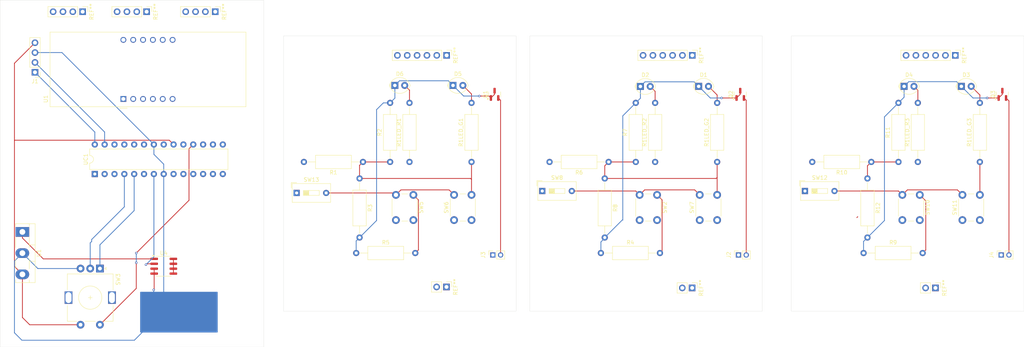
<source format=kicad_pcb>
(kicad_pcb (version 20240108) (generator "pcbnew") (generator_version "8.0")
  (layers (0 "F.Cu" signal) (1 "In1.Cu" signal) (2 "In2.Cu" signal) (31 "B.Cu" signal) (34 "B.Paste" user) (35 "F.Paste" user) (36 "B.SilkS" user "B.Silkscreen") (37 "F.SilkS" user "F.Silkscreen") (38 "B.Mask" user) (39 "F.Mask" user) (44 "Edge.Cuts" user))
  (net 0 "")
  (net 1 "Net-(D3-A)")
  (net 2 "Net-(D4-A)")
  (net 3 "GND")
  (net 4 "Net-(D5-A)")
  (net 5 "Net-(D6-A)")
  (net 6 "Net-(D1-A)")
  (net 7 "Net-(D2-A)")
  (net 8 "/Input Display/VCC_E")
  (net 21 "/Input Display/SDA")
  (net 22 "/Input Display/SCL")
  (net 24 "Net-(J2-Pin_2)")
  (net 25 "/Input Display/12V_R")
  (net 28 "Net-(J3-Pin_2)")
  (net 29 "Net-(J4-Pin_2)")
  (net 31 "/Microcontroller/SOL1_OUT")
  (net 35 "Net-(R1-Pad1)")
  (net 36 "Net-(R1LED_G2-Pad1)")
  (net 37 "Net-(R10-Pad1)")
  (net 38 "/Microcontroller/SOL1_WAIT")
  (net 39 "/Microcontroller/SOL2_WAIT")
  (net 40 "/Microcontroller/SOL3_WAIT")
  (net 41 "/Microcontroller/SOL2_SEL")
  (net 42 "/Microcontroller/SOL1_SEL")
  (net 43 "/Microcontroller/SOL2_OUT")
  (net 44 "/Microcontroller/SOL3_SEL")
  (net 45 "/Microcontroller/SOL3_OUT")
  (net 48 "/Input Display/CLOCK")
  (net 49 "/Input Display/DT")
  (net 50 "/Input Display/SWITCH")
  (net 53 "/Microcontroller/SOL2_MAIN")
  (net 56 "/Microcontroller/SOL3_MAIN")
  (net 57 "/Microcontroller/SOL1_MAIN")
  (net 58 "Net-(U4-OUT)")
  (footprint "Button_Switch_THT:SW_PUSH_6mm_mod" (layer "F.Cu") (at 188.3525 90 -90)
    (property "Reference" "SW2" (at 3.25 -2 90) (layer "F.SilkS"))
    (property "Value" "BUTTON_CONFIG")
    (pad "1" thru_hole circle (at 6.5 0) (size 2 2) (drill 1.1) (layers "*.Cu" "*.Mask"))
    (pad "2" thru_hole circle (at 6.5 4.5) (size 2 2) (drill 1.1) (layers "*.Cu" "*.Mask"))
    (pad "3" thru_hole circle (at 0 0) (size 2 2) (drill 1.1) (layers "*.Cu" "*.Mask") (net 41 "/Microcontroller/SOL2_SEL"))
    (pad "4" thru_hole circle (at 0 4.5) (size 2 2) (drill 1.1) (layers "*.Cu" "*.Mask") (net 8 "/Input Display/VCC_E"))
  )
  (footprint "LED_THT:LED_Oval_W5.2mm_H3.8mm" (layer "F.Cu") (at 252.08 62)
    (property "Reference" "D4" (at 1.27 -2.96 0) (layer "F.SilkS"))
    (property "Value" "SOL1_RED")
    (pad "1" thru_hole rect (at 0 0) (size 1.8 1.8) (drill 0.9) (layers "*.Cu" "*.Mask") (net 3 "GND"))
    (pad "2" thru_hole circle (at 2.54 0) (size 1.8 1.8) (drill 0.9) (layers "*.Cu" "*.Mask") (net 2 "Net-(D4-A)"))
  )
  (footprint "Connector_PinSocket_2.00mm:PinSocket_1x02_P2.00mm_Vertical" (layer "F.Cu") (at 145.9825 105.5 90)
    (property "Reference" "J3" (at 0 -2.5 90) (layer "F.SilkS"))
    (property "Value" "SOL1_PORT")
    (pad "1" thru_hole rect (at 0 0 90) (size 1.35 1.35) (drill 0.8) (layers "*.Cu" "*.Mask") (net 25 "/Input Display/12V_R"))
    (pad "2" thru_hole oval (at 0 2 90) (size 1.35 1.35) (drill 0.8) (layers "*.Cu" "*.Mask") (net 28 "Net-(J3-Pin_2)"))
  )
  (footprint "Resistor_THT:R_Axial_DIN0309_L9.0mm_D3.2mm_P15.24mm_Horizontal" (layer "F.Cu") (at 243.62 81.5 180)
    (property "Reference" "R10" (at 7.62 -2.72 0) (layer "F.SilkS"))
    (property "Value" "100O")
    (pad "1" thru_hole circle (at 0 0 180) (size 1.6 1.6) (drill 0.8) (layers "*.Cu" "*.Mask") (net 37 "Net-(R10-Pad1)"))
    (pad "2" thru_hole oval (at 15.24 0 180) (size 1.6 1.6) (drill 0.8) (layers "*.Cu" "*.Mask") (net 45 "/Microcontroller/SOL3_OUT"))
  )
  (footprint "Resistor_THT:R_Axial_DIN0309_L9.0mm_D3.2mm_P15.24mm_Horizontal" (layer "F.Cu") (at 175.8525 81.5 180)
    (property "Reference" "R6" (at 7.62 -2.72 0) (layer "F.SilkS"))
    (property "Value" "100O")
    (pad "1" thru_hole circle (at 0 0 180) (size 1.6 1.6) (drill 0.8) (layers "*.Cu" "*.Mask") (net 36 "Net-(R1LED_G2-Pad1)"))
    (pad "2" thru_hole oval (at 15.24 0 180) (size 1.6 1.6) (drill 0.8) (layers "*.Cu" "*.Mask") (net 43 "/Microcontroller/SOL2_OUT"))
  )
  (footprint "LED_THT:LED_Oval_W5.2mm_H3.8mm" (layer "F.Cu") (at 135.7075 61.76)
    (property "Reference" "D5" (at 1.27 -2.96 0) (layer "F.SilkS"))
    (property "Value" "SOL1_GRN")
    (pad "1" thru_hole rect (at 0 0) (size 1.8 1.8) (drill 0.9) (layers "*.Cu" "*.Mask") (net 3 "GND"))
    (pad "2" thru_hole circle (at 2.54 0) (size 1.8 1.8) (drill 0.9) (layers "*.Cu" "*.Mask") (net 4 "Net-(D5-A)"))
  )
  (footprint "Resistor_THT:R_Axial_DIN0309_L9.0mm_D3.2mm_P15.24mm_Horizontal" (layer "F.Cu") (at 187.8525 81.5 90)
    (property "Reference" "R1LED_R2" (at 7.62 -2.72 90) (layer "F.SilkS"))
    (property "Value" "R")
    (pad "1" thru_hole circle (at 0 0 90) (size 1.6 1.6) (drill 0.8) (layers "*.Cu" "*.Mask") (net 39 "/Microcontroller/SOL2_WAIT"))
    (pad "2" thru_hole oval (at 15.24 0 90) (size 1.6 1.6) (drill 0.8) (layers "*.Cu" "*.Mask") (net 7 "Net-(D2-A)"))
  )
  (footprint "Package_SO:SOIC-8_3.9x4.9mm_P1.27mm" (layer "F.Cu") (at 61.095 108.405)
    (property "Reference" "U4" (at 0 -3.4 0) (layer "F.SilkS"))
    (property "Value" "XL1509-3.3")
    (pad "1" smd roundrect (at -2.475 -1.905) (size 1.95 0.6) (layers "F.Cu" "F.Paste" "F.Mask") (net 25 "/Input Display/12V_R"))
    (pad "2" smd roundrect (at -2.475 -0.635) (size 1.95 0.6) (layers "F.Cu" "F.Paste" "F.Mask") (net 58 "Net-(U4-OUT)"))
    (pad "3" smd roundrect (at -2.475 0.635) (size 1.95 0.6) (layers "F.Cu" "F.Paste" "F.Mask") (net 3 "GND"))
    (pad "4" smd roundrect (at -2.475 1.905) (size 1.95 0.6) (layers "F.Cu" "F.Paste" "F.Mask") (net 3 "GND"))
    (pad "5" smd roundrect (at 2.475 1.905) (size 1.95 0.6) (layers "F.Cu" "F.Paste" "F.Mask") (net 3 "GND"))
    (pad "6" smd roundrect (at 2.475 0.635) (size 1.95 0.6) (layers "F.Cu" "F.Paste" "F.Mask") (net 3 "GND"))
    (pad "7" smd roundrect (at 2.475 -0.635) (size 1.95 0.6) (layers "F.Cu" "F.Paste" "F.Mask") (net 3 "GND"))
    (pad "8" smd roundrect (at 2.475 -1.905) (size 1.95 0.6) (layers "F.Cu" "F.Paste" "F.Mask") (net 3 "GND"))
  )
  (footprint "Resistor_THT:R_Axial_DIN0309_L9.0mm_D3.2mm_P15.24mm_Horizontal" (layer "F.Cu") (at 174.8525 85.76 -90)
    (property "Reference" "R8" (at 7.62 -2.72 90) (layer "F.SilkS"))
    (property "Value" "100")
    (pad "1" thru_hole circle (at 0 0 270) (size 1.6 1.6) (drill 0.8) (layers "*.Cu" "*.Mask") (net 36 "Net-(R1LED_G2-Pad1)"))
    (pad "2" thru_hole oval (at 15.24 0 270) (size 1.6 1.6) (drill 0.8) (layers "*.Cu" "*.Mask") (net 3 "GND"))
  )
  (footprint "LED_THT:LED_Oval_W5.2mm_H3.8mm" (layer "F.Cu") (at 120.7075 61.76)
    (property "Reference" "D6" (at 1.27 -2.96 0) (layer "F.SilkS"))
    (property "Value" "SOL1_RED")
    (pad "1" thru_hole rect (at 0 0) (size 1.8 1.8) (drill 0.9) (layers "*.Cu" "*.Mask") (net 3 "GND"))
    (pad "2" thru_hole circle (at 2.54 0) (size 1.8 1.8) (drill 0.9) (layers "*.Cu" "*.Mask") (net 5 "Net-(D6-A)"))
  )
  (footprint "Resistor_THT:R_Axial_DIN0309_L9.0mm_D3.2mm_P15.24mm_Horizontal" (layer "F.Cu") (at 182.8525 81.5 90)
    (property "Reference" "R7" (at 7.62 -2.72 90) (layer "F.SilkS"))
    (property "Value" "1kO")
    (pad "1" thru_hole circle (at 0 0 90) (size 1.6 1.6) (drill 0.8) (layers "*.Cu" "*.Mask") (net 36 "Net-(R1LED_G2-Pad1)"))
    (pad "2" thru_hole oval (at 15.24 0 90) (size 1.6 1.6) (drill 0.8) (layers "*.Cu" "*.Mask") (net 3 "GND"))
  )
  (footprint "Display_7Segment:CA56-12SRWA" (layer "F.Cu") (at 50.67 65.25 90)
    (property "Reference" "U1" (at 0 -20 90) (layer "F.SilkS"))
    (property "Value" "SOL1_DISP")
    (pad "1" thru_hole rect (at 0 0 90) (size 1.5 1.5) (drill 1) (layers "*.Cu" "*.Mask"))
    (pad "2" thru_hole circle (at 0 2.54 90) (size 1.5 1.5) (drill 1) (layers "*.Cu" "*.Mask"))
    (pad "3" thru_hole circle (at 0 5.08 90) (size 1.5 1.5) (drill 1) (layers "*.Cu" "*.Mask"))
    (pad "4" thru_hole circle (at 0 7.62 90) (size 1.5 1.5) (drill 1) (layers "*.Cu" "*.Mask"))
    (pad "5" thru_hole circle (at 0 10.16 90) (size 1.5 1.5) (drill 1) (layers "*.Cu" "*.Mask"))
    (pad "6" thru_hole circle (at 0 12.7 90) (size 1.5 1.5) (drill 1) (layers "*.Cu" "*.Mask"))
    (pad "7" thru_hole circle (at 15.24 12.7 90) (size 1.5 1.5) (drill 1) (layers "*.Cu" "*.Mask"))
    (pad "8" thru_hole circle (at 15.24 10.16 90) (size 1.5 1.5) (drill 1) (layers "*.Cu" "*.Mask"))
    (pad "9" thru_hole circle (at 15.24 7.62 90) (size 1.5 1.5) (drill 1) (layers "*.Cu" "*.Mask"))
    (pad "10" thru_hole circle (at 15.24 5.08 90) (size 1.5 1.5) (drill 1) (layers "*.Cu" "*.Mask"))
    (pad "11" thru_hole circle (at 15.24 2.54 90) (size 1.5 1.5) (drill 1) (layers "*.Cu" "*.Mask"))
    (pad "12" thru_hole circle (at 15.24 0 90) (size 1.5 1.5) (drill 1) (layers "*.Cu" "*.Mask"))
  )
  (footprint "Button_Switch_THT:SW_PUSH_6mm_mod" (layer "F.Cu") (at 135.9825 96.5 90)
    (property "Reference" "SW6" (at 3.25 -2 90) (layer "F.SilkS"))
    (property "Value" "BUTTON_FORCE")
    (pad "1" thru_hole circle (at 6.5 0 180) (size 2 2) (drill 1.1) (layers "*.Cu" "*.Mask") (net 8 "/Input Display/VCC_E"))
    (pad "2" thru_hole circle (at 6.5 4.5 180) (size 2 2) (drill 1.1) (layers "*.Cu" "*.Mask") (net 35 "Net-(R1-Pad1)"))
    (pad "3" thru_hole circle (at 0 0 180) (size 2 2) (drill 1.1) (layers "*.Cu" "*.Mask"))
    (pad "4" thru_hole circle (at 0 4.5 180) (size 2 2) (drill 1.1) (layers "*.Cu" "*.Mask"))
  )
  (footprint "Resistor_THT:R_Axial_DIN0309_L9.0mm_D3.2mm_P15.24mm_Horizontal" (layer "F.Cu") (at 255.62 81.5 90)
    (property "Reference" "R1LED_R3" (at 7.62 -2.72 90) (layer "F.SilkS"))
    (property "Value" "R")
    (pad "1" thru_hole circle (at 0 0 90) (size 1.6 1.6) (drill 0.8) (layers "*.Cu" "*.Mask") (net 40 "/Microcontroller/SOL3_WAIT"))
    (pad "2" thru_hole oval (at 15.24 0 90) (size 1.6 1.6) (drill 0.8) (layers "*.Cu" "*.Mask") (net 2 "Net-(D4-A)"))
  )
  (footprint "Resistor_THT:R_Axial_DIN0309_L9.0mm_D3.2mm_P15.24mm_Horizontal" (layer "F.Cu") (at 140.4825 81.5 90)
    (property "Reference" "R1LED_G1" (at 7.62 -2.72 90) (layer "F.SilkS"))
    (property "Value" "220")
    (pad "1" thru_hole circle (at 0 0 90) (size 1.6 1.6) (drill 0.8) (layers "*.Cu" "*.Mask") (net 35 "Net-(R1-Pad1)"))
    (pad "2" thru_hole oval (at 15.24 0 90) (size 1.6 1.6) (drill 0.8) (layers "*.Cu" "*.Mask") (net 4 "Net-(D5-A)"))
  )
  (footprint "Package_TO_SOT_SMD:SOT-23" (layer "F.Cu") (at 209.8025 64.0625 90)
    (property "Reference" "Q2" (at 0 -2.4 90) (layer "F.SilkS"))
    (property "Value" "SOL1_NFET")
    (pad "1" smd roundrect (at -0.9375 -0.95 90) (size 1.475 0.6) (layers "F.Cu" "F.Paste" "F.Mask") (net 3 "GND"))
    (pad "2" smd roundrect (at -0.9375 0.95 90) (size 1.475 0.6) (layers "F.Cu" "F.Paste" "F.Mask") (net 24 "Net-(J2-Pin_2)"))
    (pad "3" smd roundrect (at 0.9375 0 90) (size 1.475 0.6) (layers "F.Cu" "F.Paste" "F.Mask") (net 3 "GND"))
  )
  (footprint "Button_Switch_THT:SW_DIP_SPSTx01_Slide_9.78x4.72mm_W7.62mm_P2.54mm" (layer "F.Cu") (at 226.5 89)
    (property "Reference" "SW12" (at 3.81 -3.42 0) (layer "F.SilkS"))
    (property "Value" "SWITCH_MAIN")
    (pad "1" thru_hole rect (at 0 0) (size 1.6 1.6) (drill 0.8) (layers "*.Cu" "*.Mask") (net 56 "/Microcontroller/SOL3_MAIN"))
    (pad "2" thru_hole oval (at 7.62 0) (size 1.6 1.6) (drill 0.8) (layers "*.Cu" "*.Mask") (net 8 "/Input Display/VCC_E"))
  )
  (footprint "Resistor_THT:R_Axial_DIN0309_L9.0mm_D3.2mm_P15.24mm_Horizontal" (layer "F.Cu") (at 241.62 105)
    (property "Reference" "R9" (at 7.62 -2.72 0) (layer "F.SilkS"))
    (property "Value" "1kO")
    (pad "1" thru_hole circle (at 0 0) (size 1.6 1.6) (drill 0.8) (layers "*.Cu" "*.Mask") (net 3 "GND"))
    (pad "2" thru_hole oval (at 15.24 0) (size 1.6 1.6) (drill 0.8) (layers "*.Cu" "*.Mask") (net 44 "/Microcontroller/SOL3_SEL"))
  )
  (footprint "Button_Switch_THT:SW_DIP_SPSTx01_Slide_9.78x4.72mm_W7.62mm_P2.54mm" (layer "F.Cu") (at 95.3625 89.5)
    (property "Reference" "SW13" (at 3.81 -3.42 0) (layer "F.SilkS"))
    (property "Value" "SWITCH_MAIN")
    (pad "1" thru_hole rect (at 0 0) (size 1.6 1.6) (drill 0.8) (layers "*.Cu" "*.Mask") (net 57 "/Microcontroller/SOL1_MAIN"))
    (pad "2" thru_hole oval (at 7.62 0) (size 1.6 1.6) (drill 0.8) (layers "*.Cu" "*.Mask") (net 8 "/Input Display/VCC_E"))
  )
  (footprint "Connector_PinHeader_2.54mm:PinHeader_1x06_P2.54mm_Vertical" (layer "F.Cu") (at 197.4325 54 -90)
    (property "Reference" "REF**" (at 0 -2.33 90) (layer "F.SilkS"))
    (property "Value" "PinHeader_1x06_P2.54mm_Vertical")
    (pad "1" thru_hole rect (at 0 0 270) (size 1.7 1.7) (drill 1) (layers "*.Cu" "*.Mask"))
    (pad "2" thru_hole oval (at 0 2.54 270) (size 1.7 1.7) (drill 1) (layers "*.Cu" "*.Mask"))
    (pad "3" thru_hole oval (at 0 5.08 270) (size 1.7 1.7) (drill 1) (layers "*.Cu" "*.Mask"))
    (pad "4" thru_hole oval (at 0 7.62 270) (size 1.7 1.7) (drill 1) (layers "*.Cu" "*.Mask"))
    (pad "5" thru_hole oval (at 0 10.16 270) (size 1.7 1.7) (drill 1) (layers "*.Cu" "*.Mask"))
    (pad "6" thru_hole oval (at 0 12.7 270) (size 1.7 1.7) (drill 1) (layers "*.Cu" "*.Mask"))
  )
  (footprint "Button_Switch_THT:SW_PUSH_6mm_mod" (layer "F.Cu") (at 199.3525 96.5 90)
    (property "Reference" "SW7" (at 3.25 -2 90) (layer "F.SilkS"))
    (property "Value" "BUTTON_FORCE")
    (pad "1" thru_hole circle (at 6.5 0 180) (size 2 2) (drill 1.1) (layers "*.Cu" "*.Mask") (net 8 "/Input Display/VCC_E"))
    (pad "2" thru_hole circle (at 6.5 4.5 180) (size 2 2) (drill 1.1) (layers "*.Cu" "*.Mask") (net 36 "Net-(R1LED_G2-Pad1)"))
    (pad "3" thru_hole circle (at 0 0 180) (size 2 2) (drill 1.1) (layers "*.Cu" "*.Mask"))
    (pad "4" thru_hole circle (at 0 4.5 180) (size 2 2) (drill 1.1) (layers "*.Cu" "*.Mask"))
  )
  (footprint "Package_TO_SOT_THT:TO-218-3_Vertical" (layer "F.Cu") (at 24.62 99.55 -90)
    (property "Reference" "U1" (at 5.475 -4.29 90) (layer "F.SilkS"))
    (property "Value" "5V Regulator")
    (pad "1" thru_hole rect (at 0 0 270) (size 2.5 3.5) (drill 1.5) (layers "*.Cu" "*.Mask") (net 25 "/Input Display/12V_R"))
    (pad "2" thru_hole oval (at 5.475 0 270) (size 2.5 3.5) (drill 1.5) (layers "*.Cu" "*.Mask") (net 3 "GND"))
    (pad "3" thru_hole oval (at 10.95 0 270) (size 2.5 3.5) (drill 1.5) (layers "*.Cu" "*.Mask") (net 8 "/Input Display/VCC_E"))
  )
  (footprint "Resistor_THT:R_Axial_DIN0309_L9.0mm_D3.2mm_P15.24mm_Horizontal" (layer "F.Cu") (at 203.8525 81.5 90)
    (property "Reference" "R1LED_G2" (at 7.62 -2.72 90) (layer "F.SilkS"))
    (property "Value" "220")
    (pad "1" thru_hole circle (at 0 0 90) (size 1.6 1.6) (drill 0.8) (layers "*.Cu" "*.Mask") (net 36 "Net-(R1LED_G2-Pad1)"))
    (pad "2" thru_hole oval (at 15.24 0 90) (size 1.6 1.6) (drill 0.8) (layers "*.Cu" "*.Mask") (net 6 "Net-(D1-A)"))
  )
  (footprint "Resistor_THT:R_Axial_DIN0309_L9.0mm_D3.2mm_P15.24mm_Horizontal" (layer "F.Cu") (at 173.8525 105)
    (property "Reference" "R4" (at 7.62 -2.72 0) (layer "F.SilkS"))
    (property "Value" "1kO")
    (pad "1" thru_hole circle (at 0 0) (size 1.6 1.6) (drill 0.8) (layers "*.Cu" "*.Mask") (net 3 "GND"))
    (pad "2" thru_hole oval (at 15.24 0) (size 1.6 1.6) (drill 0.8) (layers "*.Cu" "*.Mask") (net 41 "/Microcontroller/SOL2_SEL"))
  )
  (footprint "LED_THT:LED_Oval_W5.2mm_H3.8mm" (layer "F.Cu") (at 266.845 62)
    (property "Reference" "D3" (at 1.27 -2.96 0) (layer "F.SilkS"))
    (property "Value" "SOL1_GRN")
    (pad "1" thru_hole rect (at 0 0) (size 1.8 1.8) (drill 0.9) (layers "*.Cu" "*.Mask") (net 3 "GND"))
    (pad "2" thru_hole circle (at 2.54 0) (size 1.8 1.8) (drill 0.9) (layers "*.Cu" "*.Mask") (net 1 "Net-(D3-A)"))
  )
  (footprint "Connector_PinHeader_2.54mm:PinHeader_1x06_P2.54mm_Vertical" (layer "F.Cu") (at 134.0625 54 -90)
    (property "Reference" "REF**" (at 0 -2.33 90) (layer "F.SilkS"))
    (property "Value" "PinHeader_1x06_P2.54mm_Vertical")
    (pad "1" thru_hole rect (at 0 0 270) (size 1.7 1.7) (drill 1) (layers "*.Cu" "*.Mask"))
    (pad "2" thru_hole oval (at 0 2.54 270) (size 1.7 1.7) (drill 1) (layers "*.Cu" "*.Mask"))
    (pad "3" thru_hole oval (at 0 5.08 270) (size 1.7 1.7) (drill 1) (layers "*.Cu" "*.Mask"))
    (pad "4" thru_hole oval (at 0 7.62 270) (size 1.7 1.7) (drill 1) (layers "*.Cu" "*.Mask"))
    (pad "5" thru_hole oval (at 0 10.16 270) (size 1.7 1.7) (drill 1) (layers "*.Cu" "*.Mask"))
    (pad "6" thru_hole oval (at 0 12.7 270) (size 1.7 1.7) (drill 1) (layers "*.Cu" "*.Mask"))
  )
  (footprint "Resistor_THT:R_Axial_DIN0309_L9.0mm_D3.2mm_P15.24mm_Horizontal" (layer "F.Cu") (at 250.62 81.5 90)
    (property "Reference" "R11" (at 7.62 -2.72 90) (layer "F.SilkS"))
    (property "Value" "1kO")
    (pad "1" thru_hole circle (at 0 0 90) (size 1.6 1.6) (drill 0.8) (layers "*.Cu" "*.Mask") (net 37 "Net-(R10-Pad1)"))
    (pad "2" thru_hole oval (at 15.24 0 90) (size 1.6 1.6) (drill 0.8) (layers "*.Cu" "*.Mask") (net 3 "GND"))
  )
  (footprint "Button_Switch_THT:RotaryEncoder_Vertical_H20mm" (layer "F.Cu") (at 44.62 109 -90)
    (property "Reference" "SW3" (at 2.8 -4.7 90) (layer "F.SilkS"))
    (property "Value" "DIAL")
    (pad "A" thru_hole rect (at 0 0 270) (size 2 2) (drill 1) (layers "*.Cu" "*.Mask") (net 49 "/Input Display/DT"))
    (pad "B" thru_hole circle (at 0 5 270) (size 2 2) (drill 1) (layers "*.Cu" "*.Mask") (net 3 "GND"))
    (pad "C" thru_hole circle (at 0 2.5 270) (size 2 2) (drill 1) (layers "*.Cu" "*.Mask") (net 48 "/Input Display/CLOCK"))
    (pad "MP" thru_hole rect (at 7.5 -3.1 270) (size 3.2 2) (drill oval 2.8 1.5) (layers "*.Cu" "*.Mask"))
    (pad "MP" thru_hole rect (at 7.5 8.1 270) (size 3.2 2) (drill oval 2.8 1.5) (layers "*.Cu" "*.Mask"))
    (pad "S1" thru_hole circle (at 14.5 5 270) (size 2 2) (drill 1) (layers "*.Cu" "*.Mask") (net 8 "/Input Display/VCC_E"))
    (pad "S2" thru_hole circle (at 14.5 0 270) (size 2 2) (drill 1) (layers "*.Cu" "*.Mask") (net 50 "/Input Display/SWITCH"))
  )
  (footprint "Package_DIP:DIP-28_W7.62mm" (layer "F.Cu") (at 43.3 84.62 90)
    (property "Reference" "UC1" (at 3.81 -2.33 90) (layer "F.SilkS"))
    (property "Value" "ATmega328-P")
    (pad "1" thru_hole rect (at 0 0 90) (size 1.6 1.6) (drill 0.8) (layers "*.Cu" "*.Mask"))
    (pad "2" thru_hole oval (at 0 2.54 90) (size 1.6 1.6) (drill 0.8) (layers "*.Cu" "*.Mask"))
    (pad "3" thru_hole oval (at 0 5.08 90) (size 1.6 1.6) (drill 0.8) (layers "*.Cu" "*.Mask"))
    (pad "4" thru_hole oval (at 0 7.62 90) (size 1.6 1.6) (drill 0.8) (layers "*.Cu" "*.Mask") (net 48 "/Input Display/CLOCK"))
    (pad "5" thru_hole oval (at 0 10.16 90) (size 1.6 1.6) (drill 0.8) (layers "*.Cu" "*.Mask") (net 49 "/Input Display/DT"))
    (pad "6" thru_hole oval (at 0 12.7 90) (size 1.6 1.6) (drill 0.8) (layers "*.Cu" "*.Mask") (net 38 "/Microcontroller/SOL1_WAIT"))
    (pad "7" thru_hole oval (at 0 15.24 90) (size 1.6 1.6) (drill 0.8) (layers "*.Cu" "*.Mask") (net 58 "Net-(U4-OUT)"))
    (pad "8" thru_hole oval (at 0 17.78 90) (size 1.6 1.6) (drill 0.8) (layers "*.Cu" "*.Mask") (net 3 "GND"))
    (pad "9" thru_hole oval (at 0 20.32 90) (size 1.6 1.6) (drill 0.8) (layers "*.Cu" "*.Mask"))
    (pad "10" thru_hole oval (at 0 22.86 90) (size 1.6 1.6) (drill 0.8) (layers "*.Cu" "*.Mask"))
    (pad "11" thru_hole oval (at 0 25.4 90) (size 1.6 1.6) (drill 0.8) (layers "*.Cu" "*.Mask") (net 57 "/Microcontroller/SOL1_MAIN"))
    (pad "12" thru_hole oval (at 0 27.94 90) (size 1.6 1.6) (drill 0.8) (layers "*.Cu" "*.Mask") (net 31 "/Microcontroller/SOL1_OUT"))
    (pad "13" thru_hole oval (at 0 30.48 90) (size 1.6 1.6) (drill 0.8) (layers "*.Cu" "*.Mask") (net 42 "/Microcontroller/SOL1_SEL"))
    (pad "14" thru_hole oval (at 0 33.02 90) (size 1.6 1.6) (drill 0.8) (layers "*.Cu" "*.Mask") (net 53 "/Microcontroller/SOL2_MAIN"))
    (pad "15" thru_hole oval (at 7.62 33.02 90) (size 1.6 1.6) (drill 0.8) (layers "*.Cu" "*.Mask") (net 43 "/Microcontroller/SOL2_OUT"))
    (pad "16" thru_hole oval (at 7.62 30.48 90) (size 1.6 1.6) (drill 0.8) (layers "*.Cu" "*.Mask") (net 39 "/Microcontroller/SOL2_WAIT"))
    (pad "17" thru_hole oval (at 7.62 27.94 90) (size 1.6 1.6) (drill 0.8) (layers "*.Cu" "*.Mask") (net 41 "/Microcontroller/SOL2_SEL"))
    (pad "18" thru_hole oval (at 7.62 25.4 90) (size 1.6 1.6) (drill 0.8) (layers "*.Cu" "*.Mask") (net 50 "/Input Display/SWITCH"))
    (pad "19" thru_hole oval (at 7.62 22.86 90) (size 1.6 1.6) (drill 0.8) (layers "*.Cu" "*.Mask"))
    (pad "20" thru_hole oval (at 7.62 20.32 90) (size 1.6 1.6) (drill 0.8) (layers "*.Cu" "*.Mask") (net 8 "/Input Display/VCC_E"))
    (pad "21" thru_hole oval (at 7.62 17.78 90) (size 1.6 1.6) (drill 0.8) (layers "*.Cu" "*.Mask"))
    (pad "22" thru_hole oval (at 7.62 15.24 90) (size 1.6 1.6) (drill 0.8) (layers "*.Cu" "*.Mask") (net 3 "GND"))
    (pad "23" thru_hole oval (at 7.62 12.7 90) (size 1.6 1.6) (drill 0.8) (layers "*.Cu" "*.Mask") (net 56 "/Microcontroller/SOL3_MAIN"))
    (pad "24" thru_hole oval (at 7.62 10.16 90) (size 1.6 1.6) (drill 0.8) (layers "*.Cu" "*.Mask") (net 45 "/Microcontroller/SOL3_OUT"))
    (pad "25" thru_hole oval (at 7.62 7.62 90) (size 1.6 1.6) (drill 0.8) (layers "*.Cu" "*.Mask") (net 40 "/Microcontroller/SOL3_WAIT"))
    (pad "26" thru_hole oval (at 7.62 5.08 90) (size 1.6 1.6) (drill 0.8) (layers "*.Cu" "*.Mask") (net 44 "/Microcontroller/SOL3_SEL"))
    (pad "27" thru_hole oval (at 7.62 2.54 90) (size 1.6 1.6) (drill 0.8) (layers "*.Cu" "*.Mask") (net 21 "/Input Display/SDA"))
    (pad "28" thru_hole oval (at 7.62 0 90) (size 1.6 1.6) (drill 0.8) (layers "*.Cu" "*.Mask") (net 22 "/Input Display/SCL"))
  )
  (footprint "Connector_PinHeader_2.54mm:PinHeader_1x04_P2.54mm_Vertical" (layer "F.Cu") (at 40.17 42.75 -90)
    (property "Reference" "REF**" (at 0 -2.33 90) (layer "F.SilkS"))
    (property "Value" "PinHeader_1x04_P2.54mm_Vertical")
    (pad "1" thru_hole rect (at 0 0 270) (size 1.7 1.7) (drill 1) (layers "*.Cu" "*.Mask"))
    (pad "2" thru_hole oval (at 0 2.54 270) (size 1.7 1.7) (drill 1) (layers "*.Cu" "*.Mask"))
    (pad "3" thru_hole oval (at 0 5.08 270) (size 1.7 1.7) (drill 1) (layers "*.Cu" "*.Mask"))
    (pad "4" thru_hole oval (at 0 7.62 270) (size 1.7 1.7) (drill 1) (layers "*.Cu" "*.Mask"))
  )
  (footprint "Connector_PinHeader_2.54mm:PinHeader_1x04_P2.54mm_Vertical" (layer "F.Cu") (at 56.67 42.75 -90)
    (property "Reference" "REF**" (at 0 -2.33 90) (layer "F.SilkS"))
    (property "Value" "PinHeader_1x04_P2.54mm_Vertical")
    (pad "1" thru_hole rect (at 0 0 270) (size 1.7 1.7) (drill 1) (layers "*.Cu" "*.Mask"))
    (pad "2" thru_hole oval (at 0 2.54 270) (size 1.7 1.7) (drill 1) (layers "*.Cu" "*.Mask"))
    (pad "3" thru_hole oval (at 0 5.08 270) (size 1.7 1.7) (drill 1) (layers "*.Cu" "*.Mask"))
    (pad "4" thru_hole oval (at 0 7.62 270) (size 1.7 1.7) (drill 1) (layers "*.Cu" "*.Mask"))
  )
  (footprint "LED_THT:LED_Oval_W5.2mm_H3.8mm" (layer "F.Cu") (at 199.0775 62)
    (property "Reference" "D1" (at 1.27 -2.96 0) (layer "F.SilkS"))
    (property "Value" "SOL1_GRN")
    (pad "1" thru_hole rect (at 0 0) (size 1.8 1.8) (drill 0.9) (layers "*.Cu" "*.Mask") (net 3 "GND"))
    (pad "2" thru_hole circle (at 2.54 0) (size 1.8 1.8) (drill 0.9) (layers "*.Cu" "*.Mask") (net 6 "Net-(D1-A)"))
  )
  (footprint "Connector_PinHeader_2.54mm:PinHeader_1x06_P2.54mm_Vertical" (layer "F.Cu") (at 265.28 54 -90)
    (property "Reference" "REF**" (at 0 -2.33 90) (layer "F.SilkS"))
    (property "Value" "PinHeader_1x06_P2.54mm_Vertical")
    (pad "1" thru_hole rect (at 0 0 270) (size 1.7 1.7) (drill 1) (layers "*.Cu" "*.Mask"))
    (pad "2" thru_hole oval (at 0 2.54 270) (size 1.7 1.7) (drill 1) (layers "*.Cu" "*.Mask"))
    (pad "3" thru_hole oval (at 0 5.08 270) (size 1.7 1.7) (drill 1) (layers "*.Cu" "*.Mask"))
    (pad "4" thru_hole oval (at 0 7.62 270) (size 1.7 1.7) (drill 1) (layers "*.Cu" "*.Mask"))
    (pad "5" thru_hole oval (at 0 10.16 270) (size 1.7 1.7) (drill 1) (layers "*.Cu" "*.Mask"))
    (pad "6" thru_hole oval (at 0 12.7 270) (size 1.7 1.7) (drill 1) (layers "*.Cu" "*.Mask"))
  )
  (footprint "Resistor_THT:R_Axial_DIN0309_L9.0mm_D3.2mm_P15.24mm_Horizontal" (layer "F.Cu") (at 111.6025 85.76 -90)
    (property "Reference" "R3" (at 7.62 -2.72 90) (layer "F.SilkS"))
    (property "Value" "100")
    (pad "1" thru_hole circle (at 0 0 270) (size 1.6 1.6) (drill 0.8) (layers "*.Cu" "*.Mask") (net 35 "Net-(R1-Pad1)"))
    (pad "2" thru_hole oval (at 15.24 0 270) (size 1.6 1.6) (drill 0.8) (layers "*.Cu" "*.Mask") (net 3 "GND"))
  )
  (footprint "Button_Switch_THT:SW_PUSH_6mm_mod" (layer "F.Cu") (at 256.12 90 -90)
    (property "Reference" "SW10" (at 3.25 -2 90) (layer "F.SilkS"))
    (property "Value" "BUTTON_CONFIG")
    (pad "1" thru_hole circle (at 6.5 0) (size 2 2) (drill 1.1) (layers "*.Cu" "*.Mask"))
    (pad "2" thru_hole circle (at 6.5 4.5) (size 2 2) (drill 1.1) (layers "*.Cu" "*.Mask"))
    (pad "3" thru_hole circle (at 0 0) (size 2 2) (drill 1.1) (layers "*.Cu" "*.Mask") (net 44 "/Microcontroller/SOL3_SEL"))
    (pad "4" thru_hole circle (at 0 4.5) (size 2 2) (drill 1.1) (layers "*.Cu" "*.Mask") (net 8 "/Input Display/VCC_E"))
  )
  (footprint "Package_TO_SOT_SMD:SOT-23" (layer "F.Cu") (at 277.42 64.0625 90)
    (property "Reference" "Q3" (at 0 -2.4 90) (layer "F.SilkS"))
    (property "Value" "SOL1_NFET")
    (pad "1" smd roundrect (at -0.9375 -0.95 90) (size 1.475 0.6) (layers "F.Cu" "F.Paste" "F.Mask") (net 3 "GND"))
    (pad "2" smd roundrect (at -0.9375 0.95 90) (size 1.475 0.6) (layers "F.Cu" "F.Paste" "F.Mask") (net 29 "Net-(J4-Pin_2)"))
    (pad "3" smd roundrect (at 0.9375 0 90) (size 1.475 0.6) (layers "F.Cu" "F.Paste" "F.Mask") (net 3 "GND"))
  )
  (footprint "LED_THT:LED_Oval_W5.2mm_H3.8mm" (layer "F.Cu") (at 184.045143 62.026657)
    (property "Reference" "D2" (at 1.27 -2.96 0) (layer "F.SilkS"))
    (property "Value" "SOL1_RED")
    (pad "1" thru_hole rect (at 0 0) (size 1.8 1.8) (drill 0.9) (layers "*.Cu" "*.Mask") (net 3 "GND"))
    (pad "2" thru_hole circle (at 2.54 0) (size 1.8 1.8) (drill 0.9) (layers "*.Cu" "*.Mask") (net 7 "Net-(D2-A)"))
  )
  (footprint "Resistor_THT:R_Axial_DIN0309_L9.0mm_D3.2mm_P15.24mm_Horizontal" (layer "F.Cu") (at 119.4825 81.5 90)
    (property "Reference" "R2" (at 7.62 -2.72 90) (layer "F.SilkS"))
    (property "Value" "1kO")
    (pad "1" thru_hole circle (at 0 0 90) (size 1.6 1.6) (drill 0.8) (layers "*.Cu" "*.Mask") (net 35 "Net-(R1-Pad1)"))
    (pad "2" thru_hole oval (at 15.24 0 90) (size 1.6 1.6) (drill 0.8) (layers "*.Cu" "*.Mask") (net 3 "GND"))
  )
  (footprint "Connector_PinHeader_2.54mm:PinHeader_1x04_P2.54mm_Vertical" (layer "F.Cu") (at 27.87 58.37 180)
    (property "Reference" "J1" (at 0 -2.33 0) (layer "F.SilkS"))
    (property "Value" "4-digit I2C Display")
    (pad "1" thru_hole rect (at 0 0 180) (size 1.7 1.7) (drill 1) (layers "*.Cu" "*.Mask") (net 22 "/Input Display/SCL"))
    (pad "2" thru_hole oval (at 0 2.54 180) (size 1.7 1.7) (drill 1) (layers "*.Cu" "*.Mask") (net 21 "/Input Display/SDA"))
    (pad "3" thru_hole oval (at 0 5.08 180) (size 1.7 1.7) (drill 1) (layers "*.Cu" "*.Mask") (net 3 "GND"))
    (pad "4" thru_hole oval (at 0 7.62 180) (size 1.7 1.7) (drill 1) (layers "*.Cu" "*.Mask") (net 8 "/Input Display/VCC_E"))
  )
  (footprint "Button_Switch_THT:SW_DIP_SPSTx01_Slide_9.78x4.72mm_W7.62mm_P2.54mm" (layer "F.Cu") (at 158.7325 89)
    (property "Reference" "SW8" (at 3.81 -3.42 0) (layer "F.SilkS"))
    (property "Value" "SWITCH_MAIN")
    (pad "1" thru_hole rect (at 0 0) (size 1.6 1.6) (drill 0.8) (layers "*.Cu" "*.Mask") (net 53 "/Microcontroller/SOL2_MAIN"))
    (pad "2" thru_hole oval (at 7.62 0) (size 1.6 1.6) (drill 0.8) (layers "*.Cu" "*.Mask") (net 8 "/Input Display/VCC_E"))
  )
  (footprint "Connector_PinSocket_2.00mm:PinSocket_1x02_P2.00mm_Vertical" (layer "F.Cu") (at 277.12 105.5 90)
    (property "Reference" "J4" (at 0 -2.5 90) (layer "F.SilkS"))
    (property "Value" "SOL1_PORT")
    (pad "1" thru_hole rect (at 0 0 90) (size 1.35 1.35) (drill 0.8) (layers "*.Cu" "*.Mask") (net 25 "/Input Display/12V_R"))
    (pad "2" thru_hole oval (at 0 2 90) (size 1.35 1.35) (drill 0.8) (layers "*.Cu" "*.Mask") (net 29 "Net-(J4-Pin_2)"))
  )
  (footprint "Resistor_THT:R_Axial_DIN0309_L9.0mm_D3.2mm_P15.24mm_Horizontal" (layer "F.Cu") (at 242.62 85.76 -90)
    (property "Reference" "R12" (at 7.62 -2.72 90) (layer "F.SilkS"))
    (property "Value" "100")
    (pad "1" thru_hole circle (at 0 0 270) (size 1.6 1.6) (drill 0.8) (layers "*.Cu" "*.Mask") (net 37 "Net-(R10-Pad1)"))
    (pad "2" thru_hole oval (at 15.24 0 270) (size 1.6 1.6) (drill 0.8) (layers "*.Cu" "*.Mask") (net 3 "GND"))
  )
  (footprint "Connector_PinHeader_2.54mm:PinHeader_1x04_P2.54mm_Vertical" (layer "F.Cu") (at 74.37 42.75 -90)
    (property "Reference" "REF**" (at 0 -2.33 90) (layer "F.SilkS"))
    (property "Value" "PinHeader_1x04_P2.54mm_Vertical")
    (pad "1" thru_hole rect (at 0 0 270) (size 1.7 1.7) (drill 1) (layers "*.Cu" "*.Mask"))
    (pad "2" thru_hole oval (at 0 2.54 270) (size 1.7 1.7) (drill 1) (layers "*.Cu" "*.Mask"))
    (pad "3" thru_hole oval (at 0 5.08 270) (size 1.7 1.7) (drill 1) (layers "*.Cu" "*.Mask"))
    (pad "4" thru_hole oval (at 0 7.62 270) (size 1.7 1.7) (drill 1) (layers "*.Cu" "*.Mask"))
  )
  (footprint "Resistor_THT:R_Axial_DIN0309_L9.0mm_D3.2mm_P15.24mm_Horizontal" (layer "F.Cu") (at 110.7325 105)
    (property "Reference" "R5" (at 7.62 -2.72 0) (layer "F.SilkS"))
    (property "Value" "1kO")
    (pad "1" thru_hole circle (at 0 0) (size 1.6 1.6) (drill 0.8) (layers "*.Cu" "*.Mask") (net 3 "GND"))
    (pad "2" thru_hole oval (at 15.24 0) (size 1.6 1.6) (drill 0.8) (layers "*.Cu" "*.Mask") (net 42 "/Microcontroller/SOL1_SEL"))
  )
  (footprint "Connector_PinHeader_2.54mm:PinHeader_1x02_P2.54mm_Vertical" (layer "F.Cu") (at 134.0225 113.75 -90)
    (property "Reference" "REF**" (at 0 -2.33 90) (layer "F.SilkS"))
    (property "Value" "PinHeader_1x02_P2.54mm_Vertical")
    (pad "1" thru_hole rect (at 0 0 270) (size 1.7 1.7) (drill 1) (layers "*.Cu" "*.Mask"))
    (pad "2" thru_hole oval (at 0 2.54 270) (size 1.7 1.7) (drill 1) (layers "*.Cu" "*.Mask"))
  )
  (footprint "Resistor_THT:R_Axial_DIN0309_L9.0mm_D3.2mm_P15.24mm_Horizontal" (layer "F.Cu") (at 112.4825 81.5 180)
    (property "Reference" "R1" (at 7.62 -2.72 0) (layer "F.SilkS"))
    (property "Value" "100O")
    (pad "1" thru_hole circle (at 0 0 180) (size 1.6 1.6) (drill 0.8) (layers "*.Cu" "*.Mask") (net 35 "Net-(R1-Pad1)"))
    (pad "2" thru_hole oval (at 15.24 0 180) (size 1.6 1.6) (drill 0.8) (layers "*.Cu" "*.Mask") (net 31 "/Microcontroller/SOL1_OUT"))
  )
  (footprint "Button_Switch_THT:SW_PUSH_6mm_mod" (layer "F.Cu") (at 125.4825 90 -90)
    (property "Reference" "SW5" (at 3.25 -2 90) (layer "F.SilkS"))
    (property "Value" "BUTTON_CONFIG")
    (pad "1" thru_hole circle (at 6.5 0) (size 2 2) (drill 1.1) (layers "*.Cu" "*.Mask"))
    (pad "2" thru_hole circle (at 6.5 4.5) (size 2 2) (drill 1.1) (layers "*.Cu" "*.Mask"))
    (pad "3" thru_hole circle (at 0 0) (size 2 2) (drill 1.1) (layers "*.Cu" "*.Mask") (net 42 "/Microcontroller/SOL1_SEL"))
    (pad "4" thru_hole circle (at 0 4.5) (size 2 2) (drill 1.1) (layers "*.Cu" "*.Mask") (net 8 "/Input Display/VCC_E"))
  )
  (footprint "Button_Switch_THT:SW_PUSH_6mm_mod" (layer "F.Cu") (at 267.12 96.5 90)
    (property "Reference" "SW11" (at 3.25 -2 90) (layer "F.SilkS"))
    (property "Value" "BUTTON_FORCE")
    (pad "1" thru_hole circle (at 6.5 0 180) (size 2 2) (drill 1.1) (layers "*.Cu" "*.Mask") (net 8 "/Input Display/VCC_E"))
    (pad "2" thru_hole circle (at 6.5 4.5 180) (size 2 2) (drill 1.1) (layers "*.Cu" "*.Mask") (net 37 "Net-(R10-Pad1)"))
    (pad "3" thru_hole circle (at 0 0 180) (size 2 2) (drill 1.1) (layers "*.Cu" "*.Mask"))
    (pad "4" thru_hole circle (at 0 4.5 180) (size 2 2) (drill 1.1) (layers "*.Cu" "*.Mask"))
  )
  (footprint "Connector_PinHeader_2.54mm:PinHeader_1x02_P2.54mm_Vertical" (layer "F.Cu") (at 197.3925 114 -90)
    (property "Reference" "REF**" (at 0 -2.33 90) (layer "F.SilkS"))
    (property "Value" "PinHeader_1x02_P2.54mm_Vertical")
    (pad "1" thru_hole rect (at 0 0 270) (size 1.7 1.7) (drill 1) (layers "*.Cu" "*.Mask"))
    (pad "2" thru_hole oval (at 0 2.54 270) (size 1.7 1.7) (drill 1) (layers "*.Cu" "*.Mask"))
  )
  (footprint "Connector_PinSocket_2.00mm:PinSocket_1x02_P2.00mm_Vertical" (layer "F.Cu") (at 209.3525 105.5 90)
    (property "Reference" "J2" (at 0 -2.5 90) (layer "F.SilkS"))
    (property "Value" "SOL1_PORT")
    (pad "1" thru_hole rect (at 0 0 90) (size 1.35 1.35) (drill 0.8) (layers "*.Cu" "*.Mask") (net 25 "/Input Display/12V_R"))
    (pad "2" thru_hole oval (at 0 2 90) (size 1.35 1.35) (drill 0.8) (layers "*.Cu" "*.Mask") (net 24 "Net-(J2-Pin_2)"))
  )
  (footprint "Package_TO_SOT_SMD:SOT-23" (layer "F.Cu") (at 146.4325 64.0625 90)
    (property "Reference" "Q1" (at 0 -2.4 90) (layer "F.SilkS"))
    (property "Value" "SOL1_NFET")
    (pad "1" smd roundrect (at -0.9375 -0.95 90) (size 1.475 0.6) (layers "F.Cu" "F.Paste" "F.Mask") (net 3 "GND"))
    (pad "2" smd roundrect (at -0.9375 0.95 90) (size 1.475 0.6) (layers "F.Cu" "F.Paste" "F.Mask") (net 28 "Net-(J3-Pin_2)"))
    (pad "3" smd roundrect (at 0.9375 0 90) (size 1.475 0.6) (layers "F.Cu" "F.Paste" "F.Mask") (net 3 "GND"))
  )
  (footprint "Resistor_THT:R_Axial_DIN0309_L9.0mm_D3.2mm_P15.24mm_Horizontal" (layer "F.Cu") (at 271.62 81.5 90)
    (property "Reference" "R1LED_G3" (at 7.62 -2.72 90) (layer "F.SilkS"))
    (property "Value" "220")
    (pad "1" thru_hole circle (at 0 0 90) (size 1.6 1.6) (drill 0.8) (layers "*.Cu" "*.Mask") (net 37 "Net-(R10-Pad1)"))
    (pad "2" thru_hole oval (at 15.24 0 90) (size 1.6 1.6) (drill 0.8) (layers "*.Cu" "*.Mask") (net 1 "Net-(D3-A)"))
  )
  (footprint "Resistor_THT:R_Axial_DIN0309_L9.0mm_D3.2mm_P15.24mm_Horizontal" (layer "F.Cu") (at 124.4825 81.5 90)
    (property "Reference" "R1LED_R1" (at 7.62 -2.72 90) (layer "F.SilkS"))
    (property "Value" "R")
    (pad "1" thru_hole circle (at 0 0 90) (size 1.6 1.6) (drill 0.8) (layers "*.Cu" "*.Mask") (net 38 "/Microcontroller/SOL1_WAIT"))
    (pad "2" thru_hole oval (at 15.24 0 90) (size 1.6 1.6) (drill 0.8) (layers "*.Cu" "*.Mask") (net 5 "Net-(D6-A)"))
  )
  (footprint "Connector_PinHeader_2.54mm:PinHeader_1x02_P2.54mm_Vertical" (layer "F.Cu") (at 260.16 114 -90)
    (property "Reference" "REF**" (at 0 -2.33 90) (layer "F.SilkS"))
    (property "Value" "PinHeader_1x02_P2.54mm_Vertical")
    (pad "1" thru_hole rect (at 0 0 270) (size 1.7 1.7) (drill 1) (layers "*.Cu" "*.Mask"))
    (pad "2" thru_hole oval (at 0 2.54 270) (size 1.7 1.7) (drill 1) (layers "*.Cu" "*.Mask"))
  )
  (gr_rect (start 18.87 39.75) (end 86.87 129.25) (stroke (width 0.05)) (fill none) (layer "Edge.Cuts"))
  (gr_rect (start 91.9825 49) (end 151.9825 120) (stroke (width 0.05)) (fill none) (layer "Edge.Cuts"))
  (gr_rect (start 223 49) (end 283 120) (stroke (width 0.05)) (fill none) (layer "Edge.Cuts"))
  (gr_rect (start 155.5 49) (end 215.5 120) (stroke (width 0.05)) (fill none) (layer "Edge.Cuts"))
  (segment (start 271.62 64.235) (end 269.385 62) (width 0.2) (layer "F.Cu") (net 1))
  (segment (start 271.62 66.26) (end 271.62 64.235) (width 0.2) (layer "F.Cu") (net 1))
  (segment (start 255.62 66.26) (end 255.62 63) (width 0.2) (layer "F.Cu") (net 2))
  (segment (start 255.62 63) (end 254.62 62) (width 0.2) (layer "F.Cu") (net 2))
  (segment (start 144.9825 64.5) (end 142.5 64.5) (width 0.2) (layer "F.Cu") (net 3))
  (segment (start 63.57 107.77) (end 63.57 109.04) (width 0.2) (layer "F.Cu") (net 3))
  (segment (start 277.42 63.125) (end 277.42 64.05) (width 0.2) (layer "F.Cu") (net 3))
  (segment (start 146.4325 63.125) (end 146.4325 64.05) (width 0.2) (layer "F.Cu") (net 3))
  (segment (start 58.62 109.04) (end 58.62 110.31) (width 0.2) (layer "F.Cu") (net 3))
  (segment (start 63.57 110.31) (end 63.57 109.04) (width 0.2) (layer "F.Cu") (net 3))
  (segment (start 208.8525 65) (end 205 65) (width 0.2) (layer "F.Cu") (net 3))
  (segment (start 58.62 114.38) (end 58.5 114.5) (width 0.2) (layer "F.Cu") (net 3))
  (segment (start 145.4825 65) (end 144.9825 64.5) (width 0.2) (layer "F.Cu") (net 3))
  (segment (start 209.8025 63.125) (end 209.8025 64.05) (width 0.2) (layer "F.Cu") (net 3))
  (segment (start 146.4325 64.05) (end 145.4825 65) (width 0.2) (layer "F.Cu") (net 3))
  (segment (start 209.8025 64.05) (end 208.8525 65) (width 0.2) (layer "F.Cu") (net 3))
  (segment (start 239.88 95.86) (end 240.12 95.62) (width 0.2) (layer "F.Cu") (net 3))
  (segment (start 63.57 106.5) (end 63.57 107.77) (width 0.2) (layer "F.Cu") (net 3))
  (segment (start 276.47 65) (end 273.5 65) (width 0.2) (layer "F.Cu") (net 3))
  (segment (start 58.62 110.31) (end 58.62 114.38) (width 0.2) (layer "F.Cu") (net 3))
  (segment (start 277.42 64.05) (end 276.47 65) (width 0.2) (layer "F.Cu") (net 3))
  (via (at 273.5 65) (size 0.6) (drill 0.3) (layers "F.Cu" "B.Cu") (net 3))
  (via (at 205 65) (size 0.6) (drill 0.3) (layers "F.Cu" "B.Cu") (net 3))
  (via (at 58.5 114.5) (size 0.6) (drill 0.3) (layers "F.Cu" "B.Cu") (net 3))
  (via (at 142.5 64.5) (size 0.6) (drill 0.3) (layers "F.Cu" "B.Cu") (net 3))
  (segment (start 135.7075 61.76) (end 134.5075 60.56) (width 0.2) (layer "B.Cu") (net 3))
  (segment (start 61.08 82.08) (end 61.08 84.62) (width 0.2) (layer "B.Cu") (net 3))
  (segment (start 247 69.88) (end 250.62 66.26) (width 0.2) (layer "B.Cu") (net 3))
  (segment (start 173.8525 102.1475) (end 173.8525 105) (width 0.2) (layer "B.Cu") (net 3))
  (segment (start 241.62 105) (end 241.62 102) (width 0.2) (layer "B.Cu") (net 3))
  (segment (start 252.08 62) (end 252.08 64.8) (width 0.2) (layer "B.Cu") (net 3))
  (segment (start 24.5 127.5) (end 53.5 127.5) (width 0.2) (layer "B.Cu") (net 3))
  (segment (start 27.87 53.29) (end 34.83 53.29) (width 0.2) (layer "B.Cu") (net 3))
  (segment (start 117.74 66.26) (end 116 68) (width 0.2) (layer "B.Cu") (net 3))
  (segment (start 53.5 127.5) (end 56 125) (width 0.2) (layer "B.Cu") (net 3))
  (segment (start 24.62 105.025) (end 22.57 107.075) (width 0.2) (layer "B.Cu") (net 3))
  (segment (start 184.045143 62.026657) (end 184.045143 65.067357) (width 0.2) (layer "B.Cu") (net 3))
  (segment (start 185.245143 60.826657) (end 197.904157 60.826657) (width 0.2) (layer "B.Cu") (net 3))
  (segment (start 205 65) (end 202.0775 65) (width 0.2) (layer "B.Cu") (net 3))
  (segment (start 273.5 65) (end 269.845 65) (width 0.2) (layer "B.Cu") (net 3))
  (segment (start 58.5 114.5) (end 58.5 115.5) (width 0.2) (layer "B.Cu") (net 3))
  (segment (start 121.9075 60.56) (end 120.7075 61.76) (width 0.2) (layer "B.Cu") (net 3))
  (segment (start 174.8525 101.1475) (end 173.8525 102.1475) (width 0.2) (layer "B.Cu") (net 3))
  (segment (start 39.62 109) (end 28.595 109) (width 0.2) (layer "B.Cu") (net 3))
  (segment (start 179.5 69.6125) (end 179.5 96.5) (width 0.2) (layer "B.Cu") (net 3))
  (segment (start 116 96.6025) (end 111.6025 101) (width 0.2) (layer "B.Cu") (net 3))
  (segment (start 61.08 84.62) (end 61.08 115.42) (width 0.2) (layer "B.Cu") (net 3))
  (segment (start 182.8525 66.26) (end 179.5 69.6125) (width 0.2) (layer "B.Cu") (net 3))
  (segment (start 22.57 125.57) (end 24.5 127.5) (width 0.2) (layer "B.Cu") (net 3))
  (segment (start 120.7075 65.035) (end 119.4825 66.26) (width 0.2) (layer "B.Cu") (net 3))
  (segment (start 58.54 77) (end 58.54 79.54) (width 0.2) (layer "B.Cu") (net 3))
  (segment (start 179.5 96.5) (end 179.3525 96.5) (width 0.2) (layer "B.Cu") (net 3))
  (segment (start 247 96.62) (end 247 69.88) (width 0.2) (layer "B.Cu") (net 3))
  (segment (start 119.4825 66.26) (end 117.74 66.26) (width 0.2) (layer "B.Cu") (net 3))
  (segment (start 184.045143 62.026657) (end 185.245143 60.826657) (width 0.2) (layer "B.Cu") (net 3))
  (segment (start 179.3525 96.5) (end 174.8525 101) (width 0.2) (layer "B.Cu") (net 3))
  (segment (start 58.54 79.54) (end 61.08 82.08) (width 0.2) (layer "B.Cu") (net 3))
  (segment (start 22.57 107.075) (end 22.57 125.57) (width 0.2) (layer "B.Cu") (net 3))
  (segment (start 120.7075 61.76) (end 120.7075 65.035) (width 0.2) (layer "B.Cu") (net 3))
  (segment (start 253.28 60.8) (end 265.645 60.8) (width 0.2) (layer "B.Cu") (net 3))
  (segment (start 174.8525 101) (end 174.8525 101.1475) (width 0.2) (layer "B.Cu") (net 3))
  (segment (start 265.645 60.8) (end 266.845 62) (width 0.2) (layer "B.Cu") (net 3))
  (segment (start 241.62 102) (end 242.62 101) (width 0.2) (layer "B.Cu") (net 3))
  (segment (start 110.7325 101.87) (end 111.6025 101) (width 0.2) (layer "B.Cu") (net 3))
  (segment (start 110.7325 105) (end 110.7325 101.87) (width 0.2) (layer "B.Cu") (net 3))
  (segment (start 34.83 53.29) (end 58.54 77) (width 0.2) (layer "B.Cu") (net 3))
  (segment (start 252.08 62) (end 253.28 60.8) (width 0.2) (layer "B.Cu") (net 3))
  (segment (start 134.5075 60.56) (end 121.9075 60.56) (width 0.2) (layer "B.Cu") (net 3))
  (segment (start 252.08 64.8) (end 250.62 66.26) (width 0.2) (layer "B.Cu") (net 3))
  (segment (start 242.62 101) (end 247 96.62) (width 0.2) (layer "B.Cu") (net 3))
  (segment (start 138.4475 64.5) (end 135.7075 61.76) (width 0.2) (layer "B.Cu") (net 3))
  (segment (start 197.904157 60.826657) (end 199.0775 62) (width 0.2) (layer "B.Cu") (net 3))
  (segment (start 116 68) (end 116 96.6025) (width 0.2) (layer "B.Cu") (net 3))
  (segment (start 28.595 109) (end 24.62 105.025) (width 0.2) (layer "B.Cu") (net 3))
  (segment (start 269.845 65) (end 266.845 62) (width 0.2) (layer "B.Cu") (net 3))
  (segment (start 142.5 64.5) (end 138.4475 64.5) (width 0.2) (layer "B.Cu") (net 3))
  (segment (start 184.045143 65.067357) (end 182.8525 66.26) (width 0.2) (layer "B.Cu") (net 3))
  (segment (start 61.08 115.42) (end 61 115.5) (width 0.2) (layer "B.Cu") (net 3))
  (segment (start 202.0775 65) (end 199.0775 62) (width 0.2) (layer "B.Cu") (net 3))
  (segment (start 140.4825 66.26) (end 140.4825 63.995) (width 0.2) (layer "F.Cu") (net 4))
  (segment (start 140.4825 63.995) (end 138.2475 61.76) (width 0.2) (layer "F.Cu") (net 4))
  (segment (start 123.2475 61.76) (end 124.4825 62.995) (width 0.2) (layer "F.Cu") (net 5))
  (segment (start 124.4825 62.995) (end 124.4825 66.26) (width 0.2) (layer "F.Cu") (net 5))
  (segment (start 203.8525 64.235) (end 201.6175 62) (width 0.2) (layer "F.Cu") (net 6))
  (segment (start 203.8525 66.26) (end 203.8525 64.235) (width 0.2) (layer "F.Cu") (net 6))
  (segment (start 187.8525 63.294014) (end 186.585143 62.026657) (width 0.2) (layer "F.Cu") (net 7))
  (segment (start 187.8525 66.26) (end 187.8525 63.294014) (width 0.2) (layer "F.Cu") (net 7))
  (segment (start 24.62 121.62) (end 26.5 123.5) (width 0.2) (layer "F.Cu") (net 8))
  (segment (start 234.12 89) (end 250.62 89) (width 0.2) (layer "F.Cu") (net 8))
  (segment (start 135.9825 90) (end 134.6825 88.7) (width 0.2) (layer "F.Cu") (net 8))
  (segment (start 250.62 89) (end 251.62 90) (width 0.2) (layer "F.Cu") (net 8))
  (segment (start 134.6825 88.7) (end 122.2825 88.7) (width 0.2) (layer "F.Cu") (net 8))
  (segment (start 22.57 76) (end 22.57 56.05) (width 0.2) (layer "F.Cu") (net 8))
  (segment (start 265.82 88.7) (end 267.12 90) (width 0.2) (layer "F.Cu") (net 8))
  (segment (start 22.57 108.45) (end 22.57 76) (width 0.2) (layer "F.Cu") (net 8))
  (segment (start 182.8525 89) (end 183.8525 90) (width 0.2) (layer "F.Cu") (net 8))
  (segment (start 251.62 90) (end 252.92 88.7) (width 0.2) (layer "F.Cu") (net 8))
  (segment (start 198.0525 88.7) (end 199.3525 90) (width 0.2) (layer "F.Cu") (net 8))
  (segment (start 185.1525 88.7) (end 198.0525 88.7) (width 0.2) (layer "F.Cu") (net 8))
  (segment (start 62.52 75.9) (end 22.67 75.9) (width 0.2) (layer "F.Cu") (net 8))
  (segment (start 22.57 56.05) (end 27.87 50.75) (width 0.2) (layer "F.Cu") (net 8))
  (segment (start 26.5 123.5) (end 39.62 123.5) (width 0.2) (layer "F.Cu") (net 8))
  (segment (start 122.2825 88.7) (end 120.9825 90) (width 0.2) (layer "F.Cu") (net 8))
  (segment (start 102.9825 89.5) (end 120.4825 89.5) (width 0.2) (layer "F.Cu") (net 8))
  (segment (start 22.67 75.9) (end 22.57 76) (width 0.2) (layer "F.Cu") (net 8))
  (segment (start 24.62 110.5) (end 24.62 121.62) (width 0.2) (layer "F.Cu") (net 8))
  (segment (start 183.8525 90) (end 185.1525 88.7) (width 0.2) (layer "F.Cu") (net 8))
  (segment (start 63.62 77) (end 62.52 75.9) (width 0.2) (layer "F.Cu") (net 8))
  (segment (start 166.3525 89) (end 182.8525 89) (width 0.2) (layer "F.Cu") (net 8))
  (segment (start 120.4825 89.5) (end 120.9825 90) (width 0.2) (layer "F.Cu") (net 8))
  (segment (start 24.62 110.5) (end 22.57 108.45) (width 0.2) (layer "F.Cu") (net 8))
  (segment (start 252.92 88.7) (end 265.82 88.7) (width 0.2) (layer "F.Cu") (net 8))
  (segment (start 45.841156 76.998844) (end 45.84 77) (width 0.2) (layer "F.Cu") (net 21))
  (segment (start 45.84 73.8) (end 45.84 77) (width 0.2) (layer "B.Cu") (net 21))
  (segment (start 27.87 55.83) (end 45.84 73.8) (width 0.2) (layer "B.Cu") (net 21))
  (segment (start 43.301156 76.998844) (end 43.3 77) (width 0.2) (layer "F.Cu") (net 22))
  (segment (start 43.3 73.8) (end 43.3 77) (width 0.2) (layer "B.Cu") (net 22))
  (segment (start 27.87 58.37) (end 43.3 73.8) (width 0.2) (layer "B.Cu") (net 22))
  (segment (start 211.3525 105.5) (end 211.3525 65.6) (width 0.2) (layer "F.Cu") (net 24))
  (segment (start 211.3525 65.6) (end 210.7525 65) (width 0.2) (layer "F.Cu") (net 24))
  (segment (start 24.62 99.55) (end 24.62 101.12) (width 0.2) (layer "F.Cu") (net 25))
  (segment (start 24.62 101.12) (end 30 106.5) (width 0.2) (layer "F.Cu") (net 25))
  (segment (start 30 106.5) (end 58.62 106.5) (width 0.2) (layer "F.Cu") (net 25))
  (segment (start 147.9825 65.6) (end 147.3825 65) (width 0.2) (layer "F.Cu") (net 28))
  (segment (start 147.9825 105.5) (end 147.9825 65.6) (width 0.2) (layer "F.Cu") (net 28))
  (segment (start 279.12 105.5) (end 279.12 65.75) (width 0.2) (layer "F.Cu") (net 29))
  (segment (start 279.12 65.75) (end 278.37 65) (width 0.2) (layer "F.Cu") (net 29))
  (segment (start 119.4825 81.5) (end 112.4825 81.5) (width 0.2) (layer "F.Cu") (net 35))
  (segment (start 111.6025 85.76) (end 140.2425 85.76) (width 0.2) (layer "F.Cu") (net 35))
  (segment (start 111.6025 82.38) (end 112.4825 81.5) (width 0.2) (layer "F.Cu") (net 35))
  (segment (start 140.2425 85.76) (end 140.4825 86) (width 0.2) (layer "F.Cu") (net 35))
  (segment (start 140.4825 81.5) (end 140.4825 86) (width 0.2) (layer "F.Cu") (net 35))
  (segment (start 140.4825 86) (end 140.4825 90) (width 0.2) (layer "F.Cu") (net 35))
  (segment (start 111.6025 85.76) (end 111.6025 82.38) (width 0.2) (layer "F.Cu") (net 35))
  (segment (start 174.8525 85.76) (end 174.8525 82.5) (width 0.2) (layer "F.Cu") (net 36))
  (segment (start 174.8525 85.76) (end 203.5925 85.76) (width 0.2) (layer "F.Cu") (net 36))
  (segment (start 174.8525 82.5) (end 175.8525 81.5) (width 0.2) (layer "F.Cu") (net 36))
  (segment (start 203.8525 81.5) (end 203.8525 85.5) (width 0.2) (layer "F.Cu") (net 36))
  (segment (start 203.8525 85.5) (end 203.8525 90) (width 0.2) (layer "F.Cu") (net 36))
  (segment (start 182.8525 81.5) (end 175.8525 81.5) (width 0.2) (layer "F.Cu") (net 36))
  (segment (start 203.5925 85.76) (end 203.8525 85.5) (width 0.2) (layer "F.Cu") (net 36))
  (segment (start 242.62 82.5) (end 243.62 81.5) (width 0.2) (layer "F.Cu") (net 37))
  (segment (start 271.62 81.5) (end 271.62 90) (width 0.2) (layer "F.Cu") (net 37))
  (segment (start 243.62 81.5) (end 250.62 81.5) (width 0.2) (layer "F.Cu") (net 37))
  (segment (start 242.62 85.76) (end 242.62 82.5) (width 0.2) (layer "F.Cu") (net 37))
  (segment (start 188.3525 90) (end 189.6525 91.3) (width 0.2) (layer "F.Cu") (net 41))
  (segment (start 189.6525 91.3) (end 189.6525 104.44) (width 0.2) (layer "F.Cu") (net 41))
  (segment (start 189.6525 104.44) (end 189.0925 105) (width 0.2) (layer "F.Cu") (net 41))
  (segment (start 126.7825 91.3) (end 125.4825 90) (width 0.2) (layer "F.Cu") (net 42))
  (segment (start 125.9725 105) (end 126.7825 104.19) (width 0.2) (layer "F.Cu") (net 42))
  (segment (start 126.7825 104.19) (end 126.7825 91.3) (width 0.2) (layer "F.Cu") (net 42))
  (segment (start 257.659999 104.200001) (end 257.659999 91.539999) (width 0.2) (layer "F.Cu") (net 44))
  (segment (start 256.86 105) (end 257.659999 104.200001) (width 0.2) (layer "F.Cu") (net 44))
  (segment (start 257.659999 91.539999) (end 256.12 90) (width 0.2) (layer "F.Cu") (net 44))
  (segment (start 50.92 84.62) (end 50.92 93.08) (width 0.2) (layer "B.Cu") (net 48))
  (segment (start 42.5 102) (end 42.12 102.38) (width 0.2) (layer "B.Cu") (net 48))
  (segment (start 42.5 101.5) (end 42.5 102) (width 0.2) (layer "B.Cu") (net 48))
  (segment (start 50.92 93.08) (end 42.5 101.5) (width 0.2) (layer "B.Cu") (net 48))
  (segment (start 42.12 102.38) (end 42.12 109) (width 0.2) (layer "B.Cu") (net 48))
  (segment (start 53.46 84.62) (end 53.46 94.04) (width 0.2) (layer "B.Cu") (net 49))
  (segment (start 53.46 94.04) (end 44.62 102.88) (width 0.2) (layer "B.Cu") (net 49))
  (segment (start 44.62 102.88) (end 44.62 109) (width 0.2) (layer "B.Cu") (net 49))
  (segment (start 54 114.12) (end 54 107.5) (width 0.2) (layer "F.Cu") (net 50))
  (segment (start 67.6 91.4) (end 67.6 78.1) (width 0.2) (layer "F.Cu") (net 50))
  (segment (start 54 105) (end 67.6 91.4) (width 0.2) (layer "F.Cu") (net 50))
  (segment (start 44.62 123.5) (end 54 114.12) (width 0.2) (layer "F.Cu") (net 50))
  (segment (start 67.6 78.1) (end 68.7 77) (width 0.2) (layer "F.Cu") (net 50))
  (via (at 54 105) (size 0.6) (drill 0.3) (layers "F.Cu" "B.Cu") (net 50))
  (via (at 54 107.5) (size 0.6) (drill 0.3) (layers "F.Cu" "B.Cu") (net 50))
  (segment (start 54 107.5) (end 54 105) (width 0.2) (layer "B.Cu") (net 50))
  (segment (start 56.73 107.77) (end 58.62 107.77) (width 0.2) (layer "F.Cu") (net 58))
  (segment (start 56.5 108) (end 56.73 107.77) (width 0.2) (layer "F.Cu") (net 58))
  (via (at 56.5 108) (size 0.6) (drill 0.3) (layers "F.Cu" "B.Cu") (net 58))
  (segment (start 58.54 105.96) (end 56.5 108) (width 0.2) (layer "B.Cu") (net 58))
  (segment (start 58.54 84.62) (end 58.54 105.96) (width 0.2) (layer "B.Cu") (net 58))
  (zone (net 3) (net_name "GND") (layer "B.Cu") (connect_pads (clearance 0.5)) (min_thickness 0.25) (fill yes (thermal_gap 0.5) (thermal_bridge_width 0.5))
    (polygon (pts (xy 75 125.5) (xy 75 115) (xy 55 115) (xy 55 125.5)))
  )
)
</source>
